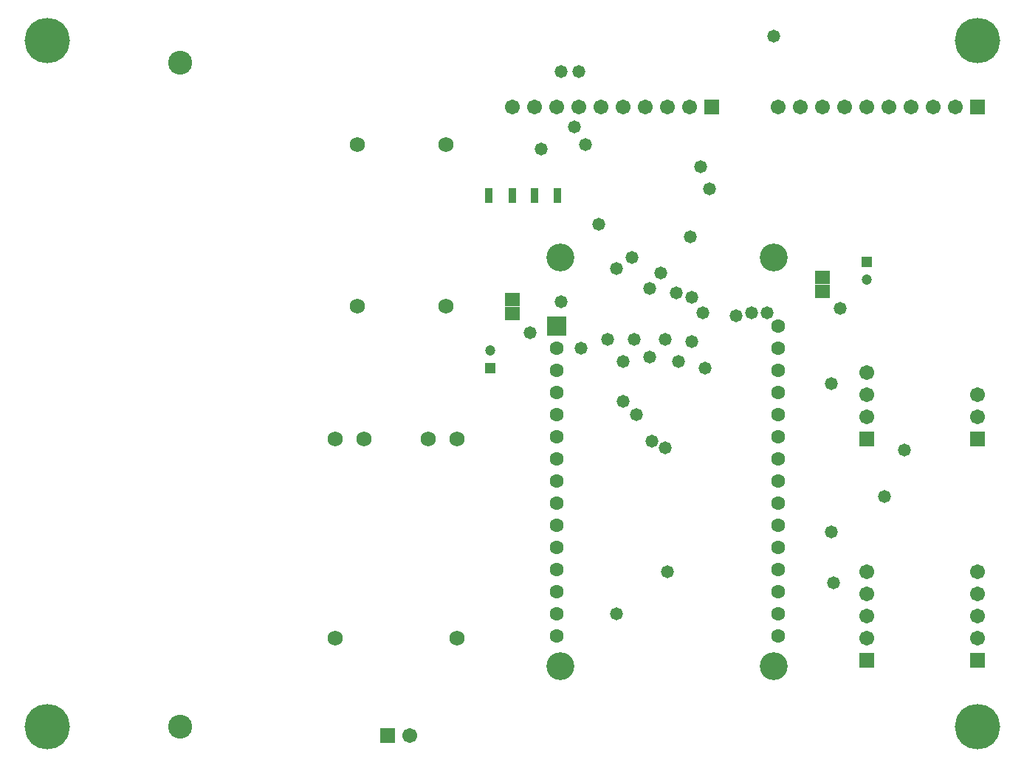
<source format=gts>
%FSTAX23Y23*%
%MOIN*%
%SFA1B1*%

%IPPOS*%
%ADD15R,0.037640X0.065280*%
%ADD16R,0.065090X0.059180*%
%ADD17R,0.086740X0.086740*%
%ADD18C,0.063000*%
%ADD19C,0.126110*%
%ADD20R,0.047240X0.047240*%
%ADD21C,0.047240*%
%ADD22C,0.067060*%
%ADD23R,0.067060X0.067060*%
%ADD24R,0.067060X0.067060*%
%ADD25C,0.108000*%
%ADD26C,0.068000*%
%ADD27C,0.058000*%
%ADD28C,0.204850*%
%LNpcb1-1*%
%LPD*%
G54D15*
X04304Y044D03*
X042D03*
X03995D03*
X041D03*
G54D16*
X041Y03931D03*
Y03868D03*
X055Y03968D03*
Y04031D03*
G54D17*
X043Y0381D03*
G54D18*
X043Y0371D03*
Y0361D03*
Y0351D03*
Y0341D03*
Y0331D03*
Y0321D03*
Y0311D03*
Y0301D03*
Y0291D03*
Y0281D03*
Y0271D03*
Y0261D03*
Y0251D03*
Y0241D03*
X053Y0381D03*
Y0371D03*
Y0361D03*
Y0351D03*
Y0341D03*
Y0331D03*
Y0321D03*
Y0311D03*
Y0301D03*
Y0291D03*
Y0281D03*
Y0271D03*
Y0261D03*
Y0251D03*
Y0241D03*
G54D19*
X04316Y02274D03*
X05281D03*
Y04123D03*
X04316D03*
G54D20*
X04Y03621D03*
X057Y041D03*
G54D21*
X04Y037D03*
X057Y04021D03*
G54D22*
X062Y035D03*
Y034D03*
X057Y024D03*
Y025D03*
Y026D03*
Y027D03*
Y034D03*
Y035D03*
Y036D03*
X048Y048D03*
X041D03*
X042D03*
X043D03*
X044D03*
X045D03*
X046D03*
X047D03*
X049D03*
X03639Y0196D03*
X061Y048D03*
X059D03*
X058D03*
X057D03*
X056D03*
X055D03*
X054D03*
X053D03*
X06D03*
X062Y027D03*
Y026D03*
Y025D03*
Y024D03*
G54D23*
X062Y033D03*
X057Y023D03*
Y033D03*
X062Y023D03*
G54D24*
X05Y048D03*
X03539Y0196D03*
X062Y048D03*
G54D25*
X026Y02D03*
Y05D03*
G54D26*
X0385Y033D03*
X033D03*
X0343D03*
X0385Y024D03*
X0372Y033D03*
X033Y024D03*
X034Y039D03*
X038D03*
X034Y0463D03*
X038D03*
G54D27*
X0525Y0387D03*
X0495Y0453D03*
X04905Y04215D03*
X0555Y0265D03*
X048Y027D03*
X0479Y0326D03*
X0496Y0387D03*
X0491Y0394D03*
X0484Y0396D03*
X0477Y0405D03*
X0472Y0398D03*
X0497Y0362D03*
X0485Y0365D03*
X0472Y0367D03*
X0464Y0412D03*
X046Y0365D03*
X0587Y0325D03*
X0578Y0304D03*
X0554Y0288D03*
Y0355D03*
X0558Y0389D03*
X0438Y0471D03*
X0432Y0496D03*
X0518Y0387D03*
X0511Y03859D03*
X0499Y0443D03*
X0491Y0374D03*
X0479Y0375D03*
X0473Y0329D03*
X0466Y0341D03*
X0465Y0375D03*
X046Y0347D03*
X0453Y0375D03*
X044Y0496D03*
X0443Y0463D03*
X0528Y0512D03*
X0423Y0461D03*
X0418Y0378D03*
X0432Y0392D03*
X0441Y0371D03*
X0449Y0427D03*
X0457Y0407D03*
Y0251D03*
G54D28*
X062Y02D03*
Y051D03*
X02Y02D03*
Y051D03*
M02*
</source>
